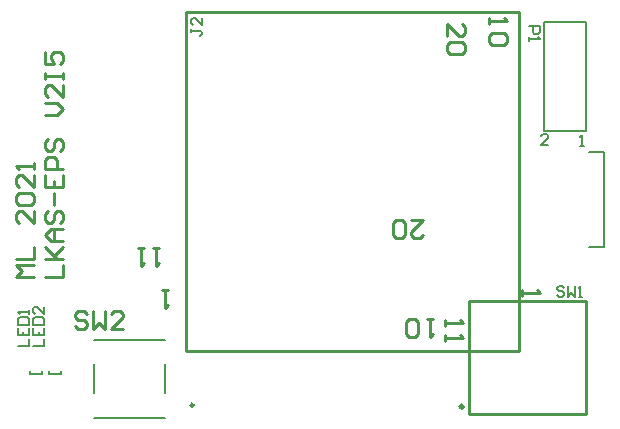
<source format=gto>
G04*
G04 #@! TF.GenerationSoftware,Altium Limited,Altium Designer,21.1.1 (26)*
G04*
G04 Layer_Color=65535*
%FSLAX25Y25*%
%MOIN*%
G70*
G04*
G04 #@! TF.SameCoordinates,D6B6CD0C-24BE-41C4-A853-45D6888EAD6D*
G04*
G04*
G04 #@! TF.FilePolarity,Positive*
G04*
G01*
G75*
%ADD10C,0.00984*%
%ADD11C,0.01000*%
%ADD12C,0.00787*%
%ADD13C,0.00600*%
D10*
X261958Y222842D02*
G03*
X261958Y222842I-492J0D01*
G01*
D11*
X352100Y222300D02*
G03*
X352100Y222300I-700J0D01*
G01*
X353749Y257694D02*
X392726D01*
X353749Y219920D02*
Y257694D01*
X259614Y354016D02*
X370614D01*
Y241016D02*
Y354016D01*
X259614Y241016D02*
X370614D01*
X259614Y354016D02*
X259614Y241016D01*
X392726Y219920D02*
Y257694D01*
X353749Y219920D02*
X392726D01*
X208902Y265700D02*
X202904D01*
X204904Y267699D01*
X202904Y269699D01*
X208902D01*
X202904Y271698D02*
X208902D01*
Y275697D01*
Y287693D02*
Y283694D01*
X204904Y287693D01*
X203904D01*
X202904Y286693D01*
Y284694D01*
X203904Y283694D01*
Y289692D02*
X202904Y290692D01*
Y292691D01*
X203904Y293691D01*
X207903D01*
X208902Y292691D01*
Y290692D01*
X207903Y289692D01*
X203904D01*
X208902Y299689D02*
Y295690D01*
X204904Y299689D01*
X203904D01*
X202904Y298689D01*
Y296690D01*
X203904Y295690D01*
X208902Y301688D02*
Y303688D01*
Y302688D01*
X202904D01*
X203904Y301688D01*
X212502Y265700D02*
X218500D01*
Y269699D01*
X212502Y271698D02*
X218500D01*
X216501D01*
X212502Y275697D01*
X215501Y272698D01*
X218500Y275697D01*
Y277696D02*
X214501D01*
X212502Y279696D01*
X214501Y281695D01*
X218500D01*
X215501D01*
Y277696D01*
X213502Y287693D02*
X212502Y286693D01*
Y284694D01*
X213502Y283694D01*
X214501D01*
X215501Y284694D01*
Y286693D01*
X216501Y287693D01*
X217500D01*
X218500Y286693D01*
Y284694D01*
X217500Y283694D01*
X215501Y289692D02*
Y293691D01*
X212502Y299689D02*
Y295690D01*
X218500D01*
Y299689D01*
X215501Y295690D02*
Y297690D01*
X218500Y301688D02*
X212502D01*
Y304687D01*
X213502Y305687D01*
X215501D01*
X216501Y304687D01*
Y301688D01*
X213502Y311685D02*
X212502Y310685D01*
Y308686D01*
X213502Y307686D01*
X214501D01*
X215501Y308686D01*
Y310685D01*
X216501Y311685D01*
X217500D01*
X218500Y310685D01*
Y308686D01*
X217500Y307686D01*
X212502Y319683D02*
X216501D01*
X218500Y321682D01*
X216501Y323681D01*
X212502D01*
X218500Y329679D02*
Y325681D01*
X214501Y329679D01*
X213502D01*
X212502Y328680D01*
Y326680D01*
X213502Y325681D01*
X212502Y331679D02*
Y333678D01*
Y332678D01*
X218500D01*
Y331679D01*
Y333678D01*
X212502Y340676D02*
Y336677D01*
X215501D01*
X214501Y338676D01*
Y339676D01*
X215501Y340676D01*
X217500D01*
X218500Y339676D01*
Y337677D01*
X217500Y336677D01*
X226399Y253198D02*
X225399Y254198D01*
X223400D01*
X222400Y253198D01*
Y252199D01*
X223400Y251199D01*
X225399D01*
X226399Y250199D01*
Y249200D01*
X225399Y248200D01*
X223400D01*
X222400Y249200D01*
X228398Y254198D02*
Y248200D01*
X230397Y250199D01*
X232397Y248200D01*
Y254198D01*
X238395Y248200D02*
X234396D01*
X238395Y252199D01*
Y253198D01*
X237395Y254198D01*
X235396D01*
X234396Y253198D01*
X360614Y352016D02*
Y350016D01*
Y351016D01*
X366612D01*
X365613Y352016D01*
Y347017D02*
X366612Y346018D01*
Y344018D01*
X365613Y343019D01*
X361614D01*
X360614Y344018D01*
Y346018D01*
X361614Y347017D01*
X365613D01*
X346614Y346017D02*
Y350016D01*
X350613Y346017D01*
X351612D01*
X352612Y347017D01*
Y349016D01*
X351612Y350016D01*
Y344018D02*
X352612Y343018D01*
Y341019D01*
X351612Y340019D01*
X347614D01*
X346614Y341019D01*
Y343018D01*
X347614Y344018D01*
X351612D01*
X345900Y251184D02*
Y249185D01*
Y250185D01*
X351898D01*
X350898Y251184D01*
X345900Y246186D02*
Y244186D01*
Y245186D01*
X351898D01*
X350898Y246186D01*
X371400Y261084D02*
Y259085D01*
Y260085D01*
X377398D01*
X376398Y261084D01*
X341900Y251500D02*
X339901D01*
X340900D01*
Y245502D01*
X341900Y246502D01*
X336902D02*
X335902Y245502D01*
X333903D01*
X332903Y246502D01*
Y250500D01*
X333903Y251500D01*
X335902D01*
X336902Y250500D01*
Y246502D01*
X334501Y284600D02*
X338500D01*
X334501Y280601D01*
Y279602D01*
X335501Y278602D01*
X337500D01*
X338500Y279602D01*
X332502D02*
X331502Y278602D01*
X329503D01*
X328503Y279602D01*
Y283600D01*
X329503Y284600D01*
X331502D01*
X332502Y283600D01*
Y279602D01*
X250524Y275287D02*
X248524D01*
X249524D01*
Y269289D01*
X250524Y270289D01*
X245525Y275287D02*
X243526D01*
X244526D01*
Y269289D01*
X245525Y270289D01*
X253524Y261287D02*
X251524D01*
X252524D01*
Y255289D01*
X253524Y256289D01*
D12*
X207531Y233109D02*
Y234291D01*
X211469Y233109D02*
Y234291D01*
X207531Y233109D02*
X211469D01*
X228789Y226767D02*
Y236633D01*
Y218708D02*
X252411D01*
Y226767D02*
Y236633D01*
X228789Y244692D02*
X252411D01*
X398912Y275453D02*
Y307147D01*
X393715Y275453D02*
X398912D01*
X393715Y307147D02*
X398912D01*
X213732Y233109D02*
Y234291D01*
X217669Y233109D02*
Y234291D01*
X213732Y233109D02*
X217669D01*
X378812Y350490D02*
X392788D01*
X378812Y314310D02*
X392788D01*
X378812D02*
Y350490D01*
X392788Y314310D02*
Y350490D01*
D13*
X208601Y242502D02*
X212199D01*
Y244901D01*
X208601Y248500D02*
Y246101D01*
X212199D01*
Y248500D01*
X210400Y246101D02*
Y247301D01*
X208601Y249700D02*
X212199D01*
Y251499D01*
X211600Y252099D01*
X209200D01*
X208601Y251499D01*
Y249700D01*
X212199Y255698D02*
Y253299D01*
X209800Y255698D01*
X209200D01*
X208601Y255098D01*
Y253899D01*
X209200Y253299D01*
X203401Y242502D02*
X206999D01*
Y244901D01*
X203401Y248500D02*
Y246101D01*
X206999D01*
Y248500D01*
X205200Y246101D02*
Y247300D01*
X203401Y249700D02*
X206999D01*
Y251499D01*
X206400Y252099D01*
X204000D01*
X203401Y251499D01*
Y249700D01*
X206999Y253298D02*
Y254498D01*
Y253898D01*
X203401D01*
X204000Y253298D01*
X390831Y309331D02*
X392031D01*
X391431D01*
Y312930D01*
X390831Y312330D01*
X380299Y309500D02*
X377900D01*
X380299Y311899D01*
Y312499D01*
X379699Y313099D01*
X378500D01*
X377900Y312499D01*
X261287Y348306D02*
Y347106D01*
Y347706D01*
X264286D01*
X264886Y347106D01*
Y346506D01*
X264286Y345906D01*
X264886Y351904D02*
Y349505D01*
X262487Y351904D01*
X261887D01*
X261287Y351305D01*
Y350105D01*
X261887Y349505D01*
X385565Y262052D02*
X384965Y262652D01*
X383766D01*
X383166Y262052D01*
Y261453D01*
X383766Y260853D01*
X384965D01*
X385565Y260253D01*
Y259653D01*
X384965Y259053D01*
X383766D01*
X383166Y259653D01*
X386765Y262652D02*
Y259053D01*
X387964Y260253D01*
X389164Y259053D01*
Y262652D01*
X390364Y259053D02*
X391563D01*
X390963D01*
Y262652D01*
X390364Y262052D01*
X373801Y349099D02*
X377399D01*
Y347300D01*
X376800Y346700D01*
X375600D01*
X375000Y347300D01*
Y349099D01*
X373801Y345500D02*
Y344301D01*
Y344901D01*
X377399D01*
X376800Y345500D01*
M02*

</source>
